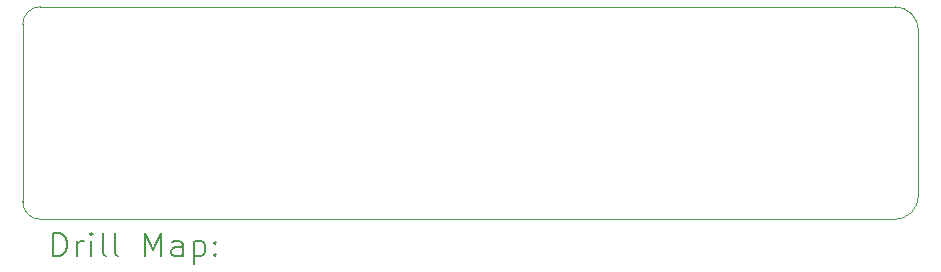
<source format=gbr>
%TF.GenerationSoftware,KiCad,Pcbnew,8.0.8*%
%TF.CreationDate,2025-10-01T21:52:52+01:00*%
%TF.ProjectId,3S_coinHolder_LIR1654.kicad_pro,33535f63-6f69-46e4-986f-6c6465725f4c,rev?*%
%TF.SameCoordinates,Original*%
%TF.FileFunction,Drillmap*%
%TF.FilePolarity,Positive*%
%FSLAX45Y45*%
G04 Gerber Fmt 4.5, Leading zero omitted, Abs format (unit mm)*
G04 Created by KiCad (PCBNEW 8.0.8) date 2025-10-01 21:52:52*
%MOMM*%
%LPD*%
G01*
G04 APERTURE LIST*
%ADD10C,0.050000*%
%ADD11C,0.200000*%
G04 APERTURE END LIST*
D10*
X11291421Y-10875000D02*
G75*
G02*
X11141420Y-10725000I-1J150000D01*
G01*
X18725000Y-9275000D02*
X18725000Y-10675000D01*
X18525000Y-9075000D02*
G75*
G02*
X18725000Y-9275000I0J-200000D01*
G01*
X18725000Y-10675000D02*
G75*
G02*
X18525000Y-10875000I-200000J0D01*
G01*
X11141421Y-9225000D02*
X11141421Y-10725000D01*
X18525000Y-10875000D02*
X11291421Y-10875000D01*
X18525000Y-9075000D02*
X11291421Y-9075000D01*
X11141421Y-9225000D02*
G75*
G02*
X11291421Y-9075001I149999J0D01*
G01*
D11*
X11399698Y-11188984D02*
X11399698Y-10988984D01*
X11399698Y-10988984D02*
X11447317Y-10988984D01*
X11447317Y-10988984D02*
X11475889Y-10998508D01*
X11475889Y-10998508D02*
X11494936Y-11017555D01*
X11494936Y-11017555D02*
X11504460Y-11036603D01*
X11504460Y-11036603D02*
X11513984Y-11074698D01*
X11513984Y-11074698D02*
X11513984Y-11103270D01*
X11513984Y-11103270D02*
X11504460Y-11141365D01*
X11504460Y-11141365D02*
X11494936Y-11160412D01*
X11494936Y-11160412D02*
X11475889Y-11179460D01*
X11475889Y-11179460D02*
X11447317Y-11188984D01*
X11447317Y-11188984D02*
X11399698Y-11188984D01*
X11599698Y-11188984D02*
X11599698Y-11055650D01*
X11599698Y-11093746D02*
X11609222Y-11074698D01*
X11609222Y-11074698D02*
X11618746Y-11065174D01*
X11618746Y-11065174D02*
X11637793Y-11055650D01*
X11637793Y-11055650D02*
X11656841Y-11055650D01*
X11723508Y-11188984D02*
X11723508Y-11055650D01*
X11723508Y-10988984D02*
X11713984Y-10998508D01*
X11713984Y-10998508D02*
X11723508Y-11008031D01*
X11723508Y-11008031D02*
X11733031Y-10998508D01*
X11733031Y-10998508D02*
X11723508Y-10988984D01*
X11723508Y-10988984D02*
X11723508Y-11008031D01*
X11847317Y-11188984D02*
X11828270Y-11179460D01*
X11828270Y-11179460D02*
X11818746Y-11160412D01*
X11818746Y-11160412D02*
X11818746Y-10988984D01*
X11952079Y-11188984D02*
X11933031Y-11179460D01*
X11933031Y-11179460D02*
X11923508Y-11160412D01*
X11923508Y-11160412D02*
X11923508Y-10988984D01*
X12180651Y-11188984D02*
X12180651Y-10988984D01*
X12180651Y-10988984D02*
X12247317Y-11131841D01*
X12247317Y-11131841D02*
X12313984Y-10988984D01*
X12313984Y-10988984D02*
X12313984Y-11188984D01*
X12494936Y-11188984D02*
X12494936Y-11084222D01*
X12494936Y-11084222D02*
X12485412Y-11065174D01*
X12485412Y-11065174D02*
X12466365Y-11055650D01*
X12466365Y-11055650D02*
X12428270Y-11055650D01*
X12428270Y-11055650D02*
X12409222Y-11065174D01*
X12494936Y-11179460D02*
X12475889Y-11188984D01*
X12475889Y-11188984D02*
X12428270Y-11188984D01*
X12428270Y-11188984D02*
X12409222Y-11179460D01*
X12409222Y-11179460D02*
X12399698Y-11160412D01*
X12399698Y-11160412D02*
X12399698Y-11141365D01*
X12399698Y-11141365D02*
X12409222Y-11122317D01*
X12409222Y-11122317D02*
X12428270Y-11112793D01*
X12428270Y-11112793D02*
X12475889Y-11112793D01*
X12475889Y-11112793D02*
X12494936Y-11103270D01*
X12590174Y-11055650D02*
X12590174Y-11255650D01*
X12590174Y-11065174D02*
X12609222Y-11055650D01*
X12609222Y-11055650D02*
X12647317Y-11055650D01*
X12647317Y-11055650D02*
X12666365Y-11065174D01*
X12666365Y-11065174D02*
X12675889Y-11074698D01*
X12675889Y-11074698D02*
X12685412Y-11093746D01*
X12685412Y-11093746D02*
X12685412Y-11150889D01*
X12685412Y-11150889D02*
X12675889Y-11169936D01*
X12675889Y-11169936D02*
X12666365Y-11179460D01*
X12666365Y-11179460D02*
X12647317Y-11188984D01*
X12647317Y-11188984D02*
X12609222Y-11188984D01*
X12609222Y-11188984D02*
X12590174Y-11179460D01*
X12771127Y-11169936D02*
X12780651Y-11179460D01*
X12780651Y-11179460D02*
X12771127Y-11188984D01*
X12771127Y-11188984D02*
X12761603Y-11179460D01*
X12761603Y-11179460D02*
X12771127Y-11169936D01*
X12771127Y-11169936D02*
X12771127Y-11188984D01*
X12771127Y-11065174D02*
X12780651Y-11074698D01*
X12780651Y-11074698D02*
X12771127Y-11084222D01*
X12771127Y-11084222D02*
X12761603Y-11074698D01*
X12761603Y-11074698D02*
X12771127Y-11065174D01*
X12771127Y-11065174D02*
X12771127Y-11084222D01*
M02*

</source>
